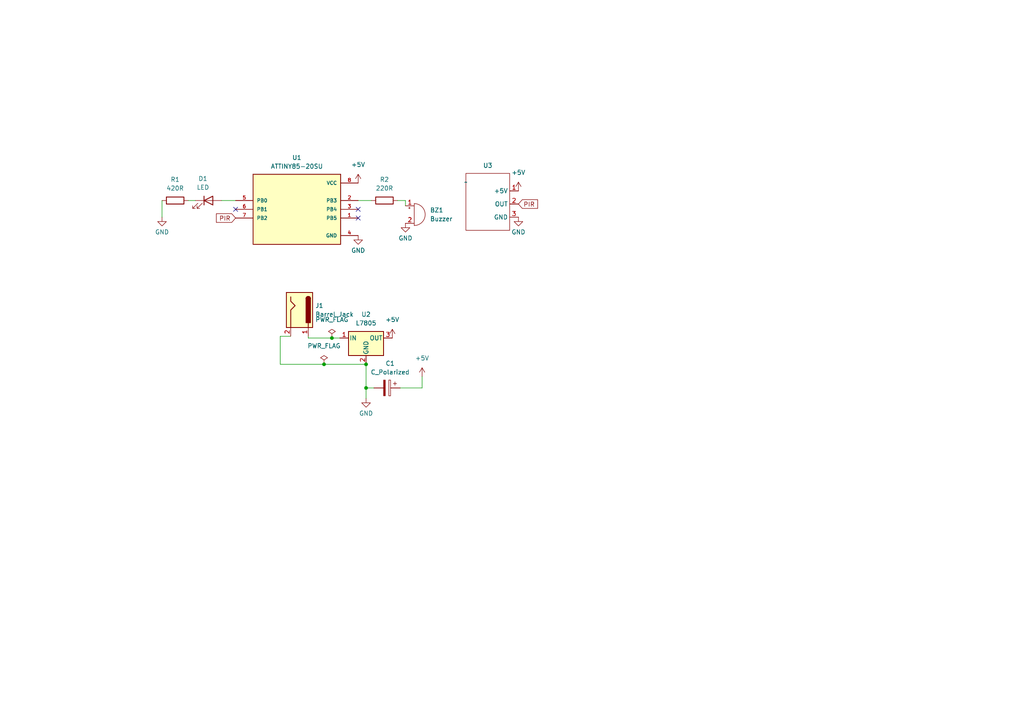
<source format=kicad_sch>
(kicad_sch (version 20230121) (generator eeschema)

  (uuid 81d06064-9472-4e77-8093-dfda86e4ef86)

  (paper "A4")

  (lib_symbols
    (symbol "ATTINY85-20SU:ATTINY85-20SU" (pin_names (offset 1.016)) (in_bom yes) (on_board yes)
      (property "Reference" "U" (at -12.7 11.16 0)
        (effects (font (size 1.27 1.27)) (justify left bottom))
      )
      (property "Value" "ATTINY85-20SU" (at -12.7 -14.16 0)
        (effects (font (size 1.27 1.27)) (justify left bottom))
      )
      (property "Footprint" "ATTINY85-20SU:SOIC127P798X216-8N" (at 0 0 0)
        (effects (font (size 1.27 1.27)) (justify bottom) hide)
      )
      (property "Datasheet" "" (at 0 0 0)
        (effects (font (size 1.27 1.27)) hide)
      )
      (property "MF" "Microchip" (at 0 0 0)
        (effects (font (size 1.27 1.27)) (justify bottom) hide)
      )
      (property "DESCRIPTION" "IC MCU 8BIT 8KB FLASH 8SOIC" (at 0 0 0)
        (effects (font (size 1.27 1.27)) (justify bottom) hide)
      )
      (property "PURCHASE-URL" "https://pricing.snapeda.com/search/part/ATTINY85V-10SU/?ref=eda" (at 0 0 0)
        (effects (font (size 1.27 1.27)) (justify bottom) hide)
      )
      (property "PACKAGE" "None" (at 0 0 0)
        (effects (font (size 1.27 1.27)) (justify bottom) hide)
      )
      (property "PRICE" "None" (at 0 0 0)
        (effects (font (size 1.27 1.27)) (justify bottom) hide)
      )
      (property "Package" "SOIC-8 Microchip" (at 0 0 0)
        (effects (font (size 1.27 1.27)) (justify bottom) hide)
      )
      (property "Check_prices" "https://www.snapeda.com/parts/ATTINY85-20SU/Microchip/view-part/?ref=eda" (at 0 0 0)
        (effects (font (size 1.27 1.27)) (justify bottom) hide)
      )
      (property "Price" "None" (at 0 0 0)
        (effects (font (size 1.27 1.27)) (justify bottom) hide)
      )
      (property "PARTREV" "2586Q–AVR–08/2013" (at 0 0 0)
        (effects (font (size 1.27 1.27)) (justify bottom) hide)
      )
      (property "SnapEDA_Link" "https://www.snapeda.com/parts/ATTINY85-20SU/Microchip/view-part/?ref=snap" (at 0 0 0)
        (effects (font (size 1.27 1.27)) (justify bottom) hide)
      )
      (property "MP" "ATTINY85-20SU" (at 0 0 0)
        (effects (font (size 1.27 1.27)) (justify bottom) hide)
      )
      (property "Description" "\nAVR AVR® ATtiny, Functional Safety (FuSa) Microcontroller IC 8-Bit 20MHz 8KB (4K x 16) FLASH 8-SOIC\n" (at 0 0 0)
        (effects (font (size 1.27 1.27)) (justify bottom) hide)
      )
      (property "Availability" "In Stock" (at 0 0 0)
        (effects (font (size 1.27 1.27)) (justify bottom) hide)
      )
      (property "AVAILABILITY" "Good" (at 0 0 0)
        (effects (font (size 1.27 1.27)) (justify bottom) hide)
      )
      (property "MAXIMUM_PACKAGE_HEIGHT" "2.16 mm" (at 0 0 0)
        (effects (font (size 1.27 1.27)) (justify bottom) hide)
      )
      (symbol "ATTINY85-20SU_0_0"
        (rectangle (start -12.7 -10.16) (end 12.7 10.16)
          (stroke (width 0.254) (type default))
          (fill (type background))
        )
        (pin bidirectional line (at 17.78 -2.54 180) (length 5.08)
          (name "PB5" (effects (font (size 1.016 1.016))))
          (number "1" (effects (font (size 1.016 1.016))))
        )
        (pin bidirectional line (at 17.78 2.54 180) (length 5.08)
          (name "PB3" (effects (font (size 1.016 1.016))))
          (number "2" (effects (font (size 1.016 1.016))))
        )
        (pin bidirectional line (at 17.78 0 180) (length 5.08)
          (name "PB4" (effects (font (size 1.016 1.016))))
          (number "3" (effects (font (size 1.016 1.016))))
        )
        (pin power_in line (at 17.78 -7.62 180) (length 5.08)
          (name "GND" (effects (font (size 1.016 1.016))))
          (number "4" (effects (font (size 1.016 1.016))))
        )
        (pin bidirectional line (at -17.78 2.54 0) (length 5.08)
          (name "PB0" (effects (font (size 1.016 1.016))))
          (number "5" (effects (font (size 1.016 1.016))))
        )
        (pin bidirectional line (at -17.78 0 0) (length 5.08)
          (name "PB1" (effects (font (size 1.016 1.016))))
          (number "6" (effects (font (size 1.016 1.016))))
        )
        (pin bidirectional line (at -17.78 -2.54 0) (length 5.08)
          (name "PB2" (effects (font (size 1.016 1.016))))
          (number "7" (effects (font (size 1.016 1.016))))
        )
        (pin power_in line (at 17.78 7.62 180) (length 5.08)
          (name "VCC" (effects (font (size 1.016 1.016))))
          (number "8" (effects (font (size 1.016 1.016))))
        )
      )
    )
    (symbol "Connector:Barrel_Jack" (pin_names (offset 1.016)) (in_bom yes) (on_board yes)
      (property "Reference" "J" (at 0 5.334 0)
        (effects (font (size 1.27 1.27)))
      )
      (property "Value" "Barrel_Jack" (at 0 -5.08 0)
        (effects (font (size 1.27 1.27)))
      )
      (property "Footprint" "" (at 1.27 -1.016 0)
        (effects (font (size 1.27 1.27)) hide)
      )
      (property "Datasheet" "~" (at 1.27 -1.016 0)
        (effects (font (size 1.27 1.27)) hide)
      )
      (property "ki_keywords" "DC power barrel jack connector" (at 0 0 0)
        (effects (font (size 1.27 1.27)) hide)
      )
      (property "ki_description" "DC Barrel Jack" (at 0 0 0)
        (effects (font (size 1.27 1.27)) hide)
      )
      (property "ki_fp_filters" "BarrelJack*" (at 0 0 0)
        (effects (font (size 1.27 1.27)) hide)
      )
      (symbol "Barrel_Jack_0_1"
        (rectangle (start -5.08 3.81) (end 5.08 -3.81)
          (stroke (width 0.254) (type default))
          (fill (type background))
        )
        (arc (start -3.302 3.175) (mid -3.9343 2.54) (end -3.302 1.905)
          (stroke (width 0.254) (type default))
          (fill (type none))
        )
        (arc (start -3.302 3.175) (mid -3.9343 2.54) (end -3.302 1.905)
          (stroke (width 0.254) (type default))
          (fill (type outline))
        )
        (polyline
          (pts
            (xy 5.08 2.54)
            (xy 3.81 2.54)
          )
          (stroke (width 0.254) (type default))
          (fill (type none))
        )
        (polyline
          (pts
            (xy -3.81 -2.54)
            (xy -2.54 -2.54)
            (xy -1.27 -1.27)
            (xy 0 -2.54)
            (xy 2.54 -2.54)
            (xy 5.08 -2.54)
          )
          (stroke (width 0.254) (type default))
          (fill (type none))
        )
        (rectangle (start 3.683 3.175) (end -3.302 1.905)
          (stroke (width 0.254) (type default))
          (fill (type outline))
        )
      )
      (symbol "Barrel_Jack_1_1"
        (pin passive line (at 7.62 2.54 180) (length 2.54)
          (name "~" (effects (font (size 1.27 1.27))))
          (number "1" (effects (font (size 1.27 1.27))))
        )
        (pin passive line (at 7.62 -2.54 180) (length 2.54)
          (name "~" (effects (font (size 1.27 1.27))))
          (number "2" (effects (font (size 1.27 1.27))))
        )
      )
    )
    (symbol "Device:Buzzer" (pin_names (offset 0.0254) hide) (in_bom yes) (on_board yes)
      (property "Reference" "BZ" (at 3.81 1.27 0)
        (effects (font (size 1.27 1.27)) (justify left))
      )
      (property "Value" "Buzzer" (at 3.81 -1.27 0)
        (effects (font (size 1.27 1.27)) (justify left))
      )
      (property "Footprint" "" (at -0.635 2.54 90)
        (effects (font (size 1.27 1.27)) hide)
      )
      (property "Datasheet" "~" (at -0.635 2.54 90)
        (effects (font (size 1.27 1.27)) hide)
      )
      (property "ki_keywords" "quartz resonator ceramic" (at 0 0 0)
        (effects (font (size 1.27 1.27)) hide)
      )
      (property "ki_description" "Buzzer, polarized" (at 0 0 0)
        (effects (font (size 1.27 1.27)) hide)
      )
      (property "ki_fp_filters" "*Buzzer*" (at 0 0 0)
        (effects (font (size 1.27 1.27)) hide)
      )
      (symbol "Buzzer_0_1"
        (arc (start 0 -3.175) (mid 3.1612 0) (end 0 3.175)
          (stroke (width 0) (type default))
          (fill (type none))
        )
        (polyline
          (pts
            (xy -1.651 1.905)
            (xy -1.143 1.905)
          )
          (stroke (width 0) (type default))
          (fill (type none))
        )
        (polyline
          (pts
            (xy -1.397 2.159)
            (xy -1.397 1.651)
          )
          (stroke (width 0) (type default))
          (fill (type none))
        )
        (polyline
          (pts
            (xy 0 3.175)
            (xy 0 -3.175)
          )
          (stroke (width 0) (type default))
          (fill (type none))
        )
      )
      (symbol "Buzzer_1_1"
        (pin passive line (at -2.54 2.54 0) (length 2.54)
          (name "-" (effects (font (size 1.27 1.27))))
          (number "1" (effects (font (size 1.27 1.27))))
        )
        (pin passive line (at -2.54 -2.54 0) (length 2.54)
          (name "+" (effects (font (size 1.27 1.27))))
          (number "2" (effects (font (size 1.27 1.27))))
        )
      )
    )
    (symbol "Device:C_Polarized" (pin_numbers hide) (pin_names (offset 0.254)) (in_bom yes) (on_board yes)
      (property "Reference" "C" (at 0.635 2.54 0)
        (effects (font (size 1.27 1.27)) (justify left))
      )
      (property "Value" "C_Polarized" (at 0.635 -2.54 0)
        (effects (font (size 1.27 1.27)) (justify left))
      )
      (property "Footprint" "" (at 0.9652 -3.81 0)
        (effects (font (size 1.27 1.27)) hide)
      )
      (property "Datasheet" "~" (at 0 0 0)
        (effects (font (size 1.27 1.27)) hide)
      )
      (property "ki_keywords" "cap capacitor" (at 0 0 0)
        (effects (font (size 1.27 1.27)) hide)
      )
      (property "ki_description" "Polarized capacitor" (at 0 0 0)
        (effects (font (size 1.27 1.27)) hide)
      )
      (property "ki_fp_filters" "CP_*" (at 0 0 0)
        (effects (font (size 1.27 1.27)) hide)
      )
      (symbol "C_Polarized_0_1"
        (rectangle (start -2.286 0.508) (end 2.286 1.016)
          (stroke (width 0) (type default))
          (fill (type none))
        )
        (polyline
          (pts
            (xy -1.778 2.286)
            (xy -0.762 2.286)
          )
          (stroke (width 0) (type default))
          (fill (type none))
        )
        (polyline
          (pts
            (xy -1.27 2.794)
            (xy -1.27 1.778)
          )
          (stroke (width 0) (type default))
          (fill (type none))
        )
        (rectangle (start 2.286 -0.508) (end -2.286 -1.016)
          (stroke (width 0) (type default))
          (fill (type outline))
        )
      )
      (symbol "C_Polarized_1_1"
        (pin passive line (at 0 3.81 270) (length 2.794)
          (name "~" (effects (font (size 1.27 1.27))))
          (number "1" (effects (font (size 1.27 1.27))))
        )
        (pin passive line (at 0 -3.81 90) (length 2.794)
          (name "~" (effects (font (size 1.27 1.27))))
          (number "2" (effects (font (size 1.27 1.27))))
        )
      )
    )
    (symbol "Device:LED" (pin_numbers hide) (pin_names (offset 1.016) hide) (in_bom yes) (on_board yes)
      (property "Reference" "D" (at 0 2.54 0)
        (effects (font (size 1.27 1.27)))
      )
      (property "Value" "LED" (at 0 -2.54 0)
        (effects (font (size 1.27 1.27)))
      )
      (property "Footprint" "" (at 0 0 0)
        (effects (font (size 1.27 1.27)) hide)
      )
      (property "Datasheet" "~" (at 0 0 0)
        (effects (font (size 1.27 1.27)) hide)
      )
      (property "ki_keywords" "LED diode" (at 0 0 0)
        (effects (font (size 1.27 1.27)) hide)
      )
      (property "ki_description" "Light emitting diode" (at 0 0 0)
        (effects (font (size 1.27 1.27)) hide)
      )
      (property "ki_fp_filters" "LED* LED_SMD:* LED_THT:*" (at 0 0 0)
        (effects (font (size 1.27 1.27)) hide)
      )
      (symbol "LED_0_1"
        (polyline
          (pts
            (xy -1.27 -1.27)
            (xy -1.27 1.27)
          )
          (stroke (width 0.254) (type default))
          (fill (type none))
        )
        (polyline
          (pts
            (xy -1.27 0)
            (xy 1.27 0)
          )
          (stroke (width 0) (type default))
          (fill (type none))
        )
        (polyline
          (pts
            (xy 1.27 -1.27)
            (xy 1.27 1.27)
            (xy -1.27 0)
            (xy 1.27 -1.27)
          )
          (stroke (width 0.254) (type default))
          (fill (type none))
        )
        (polyline
          (pts
            (xy -3.048 -0.762)
            (xy -4.572 -2.286)
            (xy -3.81 -2.286)
            (xy -4.572 -2.286)
            (xy -4.572 -1.524)
          )
          (stroke (width 0) (type default))
          (fill (type none))
        )
        (polyline
          (pts
            (xy -1.778 -0.762)
            (xy -3.302 -2.286)
            (xy -2.54 -2.286)
            (xy -3.302 -2.286)
            (xy -3.302 -1.524)
          )
          (stroke (width 0) (type default))
          (fill (type none))
        )
      )
      (symbol "LED_1_1"
        (pin passive line (at -3.81 0 0) (length 2.54)
          (name "K" (effects (font (size 1.27 1.27))))
          (number "1" (effects (font (size 1.27 1.27))))
        )
        (pin passive line (at 3.81 0 180) (length 2.54)
          (name "A" (effects (font (size 1.27 1.27))))
          (number "2" (effects (font (size 1.27 1.27))))
        )
      )
    )
    (symbol "Device:R" (pin_numbers hide) (pin_names (offset 0)) (in_bom yes) (on_board yes)
      (property "Reference" "R" (at 2.032 0 90)
        (effects (font (size 1.27 1.27)))
      )
      (property "Value" "R" (at 0 0 90)
        (effects (font (size 1.27 1.27)))
      )
      (property "Footprint" "" (at -1.778 0 90)
        (effects (font (size 1.27 1.27)) hide)
      )
      (property "Datasheet" "~" (at 0 0 0)
        (effects (font (size 1.27 1.27)) hide)
      )
      (property "ki_keywords" "R res resistor" (at 0 0 0)
        (effects (font (size 1.27 1.27)) hide)
      )
      (property "ki_description" "Resistor" (at 0 0 0)
        (effects (font (size 1.27 1.27)) hide)
      )
      (property "ki_fp_filters" "R_*" (at 0 0 0)
        (effects (font (size 1.27 1.27)) hide)
      )
      (symbol "R_0_1"
        (rectangle (start -1.016 -2.54) (end 1.016 2.54)
          (stroke (width 0.254) (type default))
          (fill (type none))
        )
      )
      (symbol "R_1_1"
        (pin passive line (at 0 3.81 270) (length 1.27)
          (name "~" (effects (font (size 1.27 1.27))))
          (number "1" (effects (font (size 1.27 1.27))))
        )
        (pin passive line (at 0 -3.81 90) (length 1.27)
          (name "~" (effects (font (size 1.27 1.27))))
          (number "2" (effects (font (size 1.27 1.27))))
        )
      )
    )
    (symbol "OPEN_MV:PIR-MODULE" (in_bom yes) (on_board yes)
      (property "Reference" "U" (at 5.08 -6.35 0)
        (effects (font (size 1.27 1.27)))
      )
      (property "Value" "" (at 0 0 0)
        (effects (font (size 1.27 1.27)))
      )
      (property "Footprint" "" (at 0 0 0)
        (effects (font (size 1.27 1.27)) hide)
      )
      (property "Datasheet" "" (at 0 0 0)
        (effects (font (size 1.27 1.27)) hide)
      )
      (symbol "PIR-MODULE_0_1"
        (rectangle (start 0 2.54) (end 12.7 -13.97)
          (stroke (width 0) (type default))
          (fill (type none))
        )
      )
      (symbol "PIR-MODULE_1_1"
        (pin input line (at 15.24 -2.54 180) (length 2.54)
          (name "+5V" (effects (font (size 1.27 1.27))))
          (number "1" (effects (font (size 1.27 1.27))))
        )
        (pin input line (at 15.24 -6.35 180) (length 2.54)
          (name "OUT" (effects (font (size 1.27 1.27))))
          (number "2" (effects (font (size 1.27 1.27))))
        )
        (pin input line (at 15.24 -10.16 180) (length 2.54)
          (name "GND" (effects (font (size 1.27 1.27))))
          (number "3" (effects (font (size 1.27 1.27))))
        )
      )
    )
    (symbol "Regulator_Linear:L7805" (pin_names (offset 0.254)) (in_bom yes) (on_board yes)
      (property "Reference" "U" (at -3.81 3.175 0)
        (effects (font (size 1.27 1.27)))
      )
      (property "Value" "L7805" (at 0 3.175 0)
        (effects (font (size 1.27 1.27)) (justify left))
      )
      (property "Footprint" "" (at 0.635 -3.81 0)
        (effects (font (size 1.27 1.27) italic) (justify left) hide)
      )
      (property "Datasheet" "http://www.st.com/content/ccc/resource/technical/document/datasheet/41/4f/b3/b0/12/d4/47/88/CD00000444.pdf/files/CD00000444.pdf/jcr:content/translations/en.CD00000444.pdf" (at 0 -1.27 0)
        (effects (font (size 1.27 1.27)) hide)
      )
      (property "ki_keywords" "Voltage Regulator 1.5A Positive" (at 0 0 0)
        (effects (font (size 1.27 1.27)) hide)
      )
      (property "ki_description" "Positive 1.5A 35V Linear Regulator, Fixed Output 5V, TO-220/TO-263/TO-252" (at 0 0 0)
        (effects (font (size 1.27 1.27)) hide)
      )
      (property "ki_fp_filters" "TO?252* TO?263* TO?220*" (at 0 0 0)
        (effects (font (size 1.27 1.27)) hide)
      )
      (symbol "L7805_0_1"
        (rectangle (start -5.08 1.905) (end 5.08 -5.08)
          (stroke (width 0.254) (type default))
          (fill (type background))
        )
      )
      (symbol "L7805_1_1"
        (pin power_in line (at -7.62 0 0) (length 2.54)
          (name "IN" (effects (font (size 1.27 1.27))))
          (number "1" (effects (font (size 1.27 1.27))))
        )
        (pin power_in line (at 0 -7.62 90) (length 2.54)
          (name "GND" (effects (font (size 1.27 1.27))))
          (number "2" (effects (font (size 1.27 1.27))))
        )
        (pin power_out line (at 7.62 0 180) (length 2.54)
          (name "OUT" (effects (font (size 1.27 1.27))))
          (number "3" (effects (font (size 1.27 1.27))))
        )
      )
    )
    (symbol "power:+5V" (power) (pin_names (offset 0)) (in_bom yes) (on_board yes)
      (property "Reference" "#PWR" (at 0 -3.81 0)
        (effects (font (size 1.27 1.27)) hide)
      )
      (property "Value" "+5V" (at 0 3.556 0)
        (effects (font (size 1.27 1.27)))
      )
      (property "Footprint" "" (at 0 0 0)
        (effects (font (size 1.27 1.27)) hide)
      )
      (property "Datasheet" "" (at 0 0 0)
        (effects (font (size 1.27 1.27)) hide)
      )
      (property "ki_keywords" "global power" (at 0 0 0)
        (effects (font (size 1.27 1.27)) hide)
      )
      (property "ki_description" "Power symbol creates a global label with name \"+5V\"" (at 0 0 0)
        (effects (font (size 1.27 1.27)) hide)
      )
      (symbol "+5V_0_1"
        (polyline
          (pts
            (xy -0.762 1.27)
            (xy 0 2.54)
          )
          (stroke (width 0) (type default))
          (fill (type none))
        )
        (polyline
          (pts
            (xy 0 0)
            (xy 0 2.54)
          )
          (stroke (width 0) (type default))
          (fill (type none))
        )
        (polyline
          (pts
            (xy 0 2.54)
            (xy 0.762 1.27)
          )
          (stroke (width 0) (type default))
          (fill (type none))
        )
      )
      (symbol "+5V_1_1"
        (pin power_in line (at 0 0 90) (length 0) hide
          (name "+5V" (effects (font (size 1.27 1.27))))
          (number "1" (effects (font (size 1.27 1.27))))
        )
      )
    )
    (symbol "power:GND" (power) (pin_names (offset 0)) (in_bom yes) (on_board yes)
      (property "Reference" "#PWR" (at 0 -6.35 0)
        (effects (font (size 1.27 1.27)) hide)
      )
      (property "Value" "GND" (at 0 -3.81 0)
        (effects (font (size 1.27 1.27)))
      )
      (property "Footprint" "" (at 0 0 0)
        (effects (font (size 1.27 1.27)) hide)
      )
      (property "Datasheet" "" (at 0 0 0)
        (effects (font (size 1.27 1.27)) hide)
      )
      (property "ki_keywords" "global power" (at 0 0 0)
        (effects (font (size 1.27 1.27)) hide)
      )
      (property "ki_description" "Power symbol creates a global label with name \"GND\" , ground" (at 0 0 0)
        (effects (font (size 1.27 1.27)) hide)
      )
      (symbol "GND_0_1"
        (polyline
          (pts
            (xy 0 0)
            (xy 0 -1.27)
            (xy 1.27 -1.27)
            (xy 0 -2.54)
            (xy -1.27 -1.27)
            (xy 0 -1.27)
          )
          (stroke (width 0) (type default))
          (fill (type none))
        )
      )
      (symbol "GND_1_1"
        (pin power_in line (at 0 0 270) (length 0) hide
          (name "GND" (effects (font (size 1.27 1.27))))
          (number "1" (effects (font (size 1.27 1.27))))
        )
      )
    )
    (symbol "power:PWR_FLAG" (power) (pin_numbers hide) (pin_names (offset 0) hide) (in_bom yes) (on_board yes)
      (property "Reference" "#FLG" (at 0 1.905 0)
        (effects (font (size 1.27 1.27)) hide)
      )
      (property "Value" "PWR_FLAG" (at 0 3.81 0)
        (effects (font (size 1.27 1.27)))
      )
      (property "Footprint" "" (at 0 0 0)
        (effects (font (size 1.27 1.27)) hide)
      )
      (property "Datasheet" "~" (at 0 0 0)
        (effects (font (size 1.27 1.27)) hide)
      )
      (property "ki_keywords" "flag power" (at 0 0 0)
        (effects (font (size 1.27 1.27)) hide)
      )
      (property "ki_description" "Special symbol for telling ERC where power comes from" (at 0 0 0)
        (effects (font (size 1.27 1.27)) hide)
      )
      (symbol "PWR_FLAG_0_0"
        (pin power_out line (at 0 0 90) (length 0)
          (name "pwr" (effects (font (size 1.27 1.27))))
          (number "1" (effects (font (size 1.27 1.27))))
        )
      )
      (symbol "PWR_FLAG_0_1"
        (polyline
          (pts
            (xy 0 0)
            (xy 0 1.27)
            (xy -1.016 1.905)
            (xy 0 2.54)
            (xy 1.016 1.905)
            (xy 0 1.27)
          )
          (stroke (width 0) (type default))
          (fill (type none))
        )
      )
    )
  )

  (junction (at 106.172 105.664) (diameter 0) (color 0 0 0 0)
    (uuid 21b9a60e-0d7c-4cc2-8702-afa4a09d9bf7)
  )
  (junction (at 93.98 105.664) (diameter 0) (color 0 0 0 0)
    (uuid 981eaa7b-4661-4a4f-bde3-bafee0195d4a)
  )
  (junction (at 106.172 112.522) (diameter 0) (color 0 0 0 0)
    (uuid ce0c4be3-69b4-4117-a583-f64c62675d51)
  )
  (junction (at 96.266 98.044) (diameter 0) (color 0 0 0 0)
    (uuid d1705f03-df7a-42fd-8852-5b7e4f616f40)
  )

  (no_connect (at 103.886 63.246) (uuid 7a8a7024-6e38-4c81-bc26-a0828748f246))
  (no_connect (at 68.326 60.706) (uuid 84bc604f-9f22-472b-9038-e19358bace4f))
  (no_connect (at 103.886 60.706) (uuid 9b95fe36-e2fe-4fab-8631-ecbcc0aff723))

  (wire (pts (xy 54.61 58.166) (xy 56.642 58.166))
    (stroke (width 0) (type default))
    (uuid 0af9c130-5800-4dcb-816a-5647e14c5176)
  )
  (wire (pts (xy 81.28 97.536) (xy 81.28 105.664))
    (stroke (width 0) (type default))
    (uuid 1c1f8c56-425c-4839-953a-06ff7742cbc0)
  )
  (wire (pts (xy 115.316 58.166) (xy 117.602 58.166))
    (stroke (width 0) (type default))
    (uuid 5e7a90f4-56b5-409c-91a0-11accfe3b276)
  )
  (wire (pts (xy 122.428 109.22) (xy 122.428 112.522))
    (stroke (width 0) (type default))
    (uuid 6fe7dffc-6d41-45ca-8377-d0e60c750a92)
  )
  (wire (pts (xy 89.408 98.044) (xy 96.266 98.044))
    (stroke (width 0) (type default))
    (uuid 7250c104-087d-411d-a193-6e12e31cfb76)
  )
  (wire (pts (xy 93.98 105.664) (xy 106.172 105.664))
    (stroke (width 0) (type default))
    (uuid 7375e488-acda-421f-90df-e56c8ed64b84)
  )
  (wire (pts (xy 117.602 58.166) (xy 117.602 59.69))
    (stroke (width 0) (type default))
    (uuid 7f69ae36-4523-40e8-ad1e-cf4ec5f1749a)
  )
  (wire (pts (xy 64.262 58.166) (xy 68.326 58.166))
    (stroke (width 0) (type default))
    (uuid 82c83913-73c3-41b4-9e19-27e58e3b9dc6)
  )
  (wire (pts (xy 81.28 105.664) (xy 93.98 105.664))
    (stroke (width 0) (type default))
    (uuid 84ce59cf-a96d-4f32-b514-3a0722cb2cfb)
  )
  (wire (pts (xy 108.458 112.522) (xy 106.172 112.522))
    (stroke (width 0) (type default))
    (uuid a21e4cce-1995-4b12-9b44-4ac2b20aa9bc)
  )
  (wire (pts (xy 89.408 97.536) (xy 89.408 98.044))
    (stroke (width 0) (type default))
    (uuid a6ed005c-7b8e-444b-b6a2-618a0bb3a4cd)
  )
  (wire (pts (xy 98.552 98.044) (xy 96.266 98.044))
    (stroke (width 0) (type default))
    (uuid b9c51989-74e6-4db8-8e9f-7b946db135c8)
  )
  (wire (pts (xy 106.172 115.57) (xy 106.172 112.522))
    (stroke (width 0) (type default))
    (uuid bd4b8b73-4479-42cb-82fc-08662c4e097d)
  )
  (wire (pts (xy 107.696 58.166) (xy 103.886 58.166))
    (stroke (width 0) (type default))
    (uuid c08fe0ee-faba-45f7-a6dc-4b70ef0ff4af)
  )
  (wire (pts (xy 106.172 112.522) (xy 106.172 105.664))
    (stroke (width 0) (type default))
    (uuid d041902c-e539-46c8-9d87-50d43799a65e)
  )
  (wire (pts (xy 122.428 112.522) (xy 116.078 112.522))
    (stroke (width 0) (type default))
    (uuid d3bdab0c-02c2-479d-b1d3-06661f27ee4d)
  )
  (wire (pts (xy 84.328 97.536) (xy 81.28 97.536))
    (stroke (width 0) (type default))
    (uuid ebdf9fc8-ea3c-4ff1-af7a-c0fd4f7a5810)
  )
  (wire (pts (xy 46.99 62.992) (xy 46.99 58.166))
    (stroke (width 0) (type default))
    (uuid edb2f98c-8b83-4e5f-b68e-e6c782d4feed)
  )

  (global_label "PIR" (shape input) (at 150.368 59.182 0) (fields_autoplaced)
    (effects (font (size 1.27 1.27)) (justify left))
    (uuid 64df6e23-9e7d-4c39-8d20-15cfdb45854c)
    (property "Intersheetrefs" "${INTERSHEET_REFS}" (at 156.498 59.182 0)
      (effects (font (size 1.27 1.27)) (justify left) hide)
    )
  )
  (global_label "PIR" (shape input) (at 68.326 63.246 180) (fields_autoplaced)
    (effects (font (size 1.27 1.27)) (justify right))
    (uuid b1d6e04b-29a0-409a-87c8-1bcae0eb0f94)
    (property "Intersheetrefs" "${INTERSHEET_REFS}" (at 62.196 63.246 0)
      (effects (font (size 1.27 1.27)) (justify right) hide)
    )
  )

  (symbol (lib_id "power:PWR_FLAG") (at 93.98 105.664 0) (unit 1)
    (in_bom yes) (on_board yes) (dnp no) (fields_autoplaced)
    (uuid 0cb0787b-ce19-463c-82fa-90f4159dbb29)
    (property "Reference" "#FLG01" (at 93.98 103.759 0)
      (effects (font (size 1.27 1.27)) hide)
    )
    (property "Value" "PWR_FLAG" (at 93.98 100.33 0)
      (effects (font (size 1.27 1.27)))
    )
    (property "Footprint" "" (at 93.98 105.664 0)
      (effects (font (size 1.27 1.27)) hide)
    )
    (property "Datasheet" "~" (at 93.98 105.664 0)
      (effects (font (size 1.27 1.27)) hide)
    )
    (pin "1" (uuid 2718fbb2-46f0-4486-9ecf-601b76980ab5))
    (instances
      (project "Attiny85_Alarm"
        (path "/81d06064-9472-4e77-8093-dfda86e4ef86"
          (reference "#FLG01") (unit 1)
        )
      )
    )
  )

  (symbol (lib_id "power:+5V") (at 103.886 53.086 0) (unit 1)
    (in_bom yes) (on_board yes) (dnp no) (fields_autoplaced)
    (uuid 0cb5e15d-2ace-4320-811a-d66616020118)
    (property "Reference" "#PWR02" (at 103.886 56.896 0)
      (effects (font (size 1.27 1.27)) hide)
    )
    (property "Value" "+5V" (at 103.886 47.752 0)
      (effects (font (size 1.27 1.27)))
    )
    (property "Footprint" "" (at 103.886 53.086 0)
      (effects (font (size 1.27 1.27)) hide)
    )
    (property "Datasheet" "" (at 103.886 53.086 0)
      (effects (font (size 1.27 1.27)) hide)
    )
    (pin "1" (uuid a72408ff-e284-4554-b0ff-8b59515cc462))
    (instances
      (project "Attiny85_Alarm"
        (path "/81d06064-9472-4e77-8093-dfda86e4ef86"
          (reference "#PWR02") (unit 1)
        )
      )
    )
  )

  (symbol (lib_id "power:GND") (at 106.172 115.57 0) (unit 1)
    (in_bom yes) (on_board yes) (dnp no) (fields_autoplaced)
    (uuid 15d1b270-867e-4d99-af33-a156515a1b2f)
    (property "Reference" "#PWR04" (at 106.172 121.92 0)
      (effects (font (size 1.27 1.27)) hide)
    )
    (property "Value" "GND" (at 106.172 119.888 0)
      (effects (font (size 1.27 1.27)))
    )
    (property "Footprint" "" (at 106.172 115.57 0)
      (effects (font (size 1.27 1.27)) hide)
    )
    (property "Datasheet" "" (at 106.172 115.57 0)
      (effects (font (size 1.27 1.27)) hide)
    )
    (pin "1" (uuid 2a722e0e-35b3-4eb4-baa3-c09d36683c04))
    (instances
      (project "Attiny85_Alarm"
        (path "/81d06064-9472-4e77-8093-dfda86e4ef86"
          (reference "#PWR04") (unit 1)
        )
      )
    )
  )

  (symbol (lib_id "Device:C_Polarized") (at 112.268 112.522 270) (unit 1)
    (in_bom yes) (on_board yes) (dnp no) (fields_autoplaced)
    (uuid 1c72a543-6b3d-4532-bce5-7598828ad48c)
    (property "Reference" "C1" (at 113.157 105.41 90)
      (effects (font (size 1.27 1.27)))
    )
    (property "Value" "C_Polarized" (at 113.157 107.95 90)
      (effects (font (size 1.27 1.27)))
    )
    (property "Footprint" "Capacitor_THT:CP_Radial_D5.0mm_P2.50mm" (at 108.458 113.4872 0)
      (effects (font (size 1.27 1.27)) hide)
    )
    (property "Datasheet" "~" (at 112.268 112.522 0)
      (effects (font (size 1.27 1.27)) hide)
    )
    (pin "1" (uuid caf9f66d-dafb-46c7-98e4-1765cfb2194e))
    (pin "2" (uuid 02fd29f2-4bc3-4e7b-b534-0fa3c2af7b4d))
    (instances
      (project "Attiny85_Alarm"
        (path "/81d06064-9472-4e77-8093-dfda86e4ef86"
          (reference "C1") (unit 1)
        )
      )
    )
  )

  (symbol (lib_id "OPEN_MV:PIR-MODULE") (at 135.128 52.832 0) (unit 1)
    (in_bom yes) (on_board yes) (dnp no) (fields_autoplaced)
    (uuid 46581381-60e5-466d-980d-e92d9878a4ae)
    (property "Reference" "U3" (at 141.478 48.006 0)
      (effects (font (size 1.27 1.27)))
    )
    (property "Value" "~" (at 135.128 52.832 0)
      (effects (font (size 1.27 1.27)))
    )
    (property "Footprint" "C-Footprint:PIR_HC-SR501 MODULE" (at 135.128 52.832 0)
      (effects (font (size 1.27 1.27)) hide)
    )
    (property "Datasheet" "" (at 135.128 52.832 0)
      (effects (font (size 1.27 1.27)) hide)
    )
    (pin "1" (uuid 6be276cf-91fe-45c7-b456-23ec9abb0dab))
    (pin "2" (uuid 53420225-707a-4ea2-9a75-94ea7a332853))
    (pin "3" (uuid 0c6ff5db-baaf-4637-b715-4146e9bea09c))
    (instances
      (project "Attiny85_Alarm"
        (path "/81d06064-9472-4e77-8093-dfda86e4ef86"
          (reference "U3") (unit 1)
        )
      )
    )
  )

  (symbol (lib_id "ATTINY85-20SU:ATTINY85-20SU") (at 86.106 60.706 0) (unit 1)
    (in_bom yes) (on_board yes) (dnp no) (fields_autoplaced)
    (uuid 56879dcd-038b-4ab1-a718-3c3f9e7b64dc)
    (property "Reference" "U1" (at 86.106 45.72 0)
      (effects (font (size 1.27 1.27)))
    )
    (property "Value" "ATTINY85-20SU" (at 86.106 48.26 0)
      (effects (font (size 1.27 1.27)))
    )
    (property "Footprint" "Package_DIP:DIP-8_W7.62mm" (at 86.106 60.706 0)
      (effects (font (size 1.27 1.27)) (justify bottom) hide)
    )
    (property "Datasheet" "" (at 86.106 60.706 0)
      (effects (font (size 1.27 1.27)) hide)
    )
    (property "MF" "Microchip" (at 86.106 60.706 0)
      (effects (font (size 1.27 1.27)) (justify bottom) hide)
    )
    (property "DESCRIPTION" "IC MCU 8BIT 8KB FLASH 8SOIC" (at 86.106 60.706 0)
      (effects (font (size 1.27 1.27)) (justify bottom) hide)
    )
    (property "PURCHASE-URL" "https://pricing.snapeda.com/search/part/ATTINY85V-10SU/?ref=eda" (at 86.106 60.706 0)
      (effects (font (size 1.27 1.27)) (justify bottom) hide)
    )
    (property "PACKAGE" "None" (at 86.106 60.706 0)
      (effects (font (size 1.27 1.27)) (justify bottom) hide)
    )
    (property "PRICE" "None" (at 86.106 60.706 0)
      (effects (font (size 1.27 1.27)) (justify bottom) hide)
    )
    (property "Package" "SOIC-8 Microchip" (at 86.106 60.706 0)
      (effects (font (size 1.27 1.27)) (justify bottom) hide)
    )
    (property "Check_prices" "https://www.snapeda.com/parts/ATTINY85-20SU/Microchip/view-part/?ref=eda" (at 86.106 60.706 0)
      (effects (font (size 1.27 1.27)) (justify bottom) hide)
    )
    (property "Price" "None" (at 86.106 60.706 0)
      (effects (font (size 1.27 1.27)) (justify bottom) hide)
    )
    (property "PARTREV" "2586Q–AVR–08/2013" (at 86.106 60.706 0)
      (effects (font (size 1.27 1.27)) (justify bottom) hide)
    )
    (property "SnapEDA_Link" "https://www.snapeda.com/parts/ATTINY85-20SU/Microchip/view-part/?ref=snap" (at 86.106 60.706 0)
      (effects (font (size 1.27 1.27)) (justify bottom) hide)
    )
    (property "MP" "ATTINY85-20SU" (at 86.106 60.706 0)
      (effects (font (size 1.27 1.27)) (justify bottom) hide)
    )
    (property "Description" "\nAVR AVR® ATtiny, Functional Safety (FuSa) Microcontroller IC 8-Bit 20MHz 8KB (4K x 16) FLASH 8-SOIC\n" (at 86.106 60.706 0)
      (effects (font (size 1.27 1.27)) (justify bottom) hide)
    )
    (property "Availability" "In Stock" (at 86.106 60.706 0)
      (effects (font (size 1.27 1.27)) (justify bottom) hide)
    )
    (property "AVAILABILITY" "Good" (at 86.106 60.706 0)
      (effects (font (size 1.27 1.27)) (justify bottom) hide)
    )
    (property "MAXIMUM_PACKAGE_HEIGHT" "2.16 mm" (at 86.106 60.706 0)
      (effects (font (size 1.27 1.27)) (justify bottom) hide)
    )
    (pin "1" (uuid 6c4b687a-f132-446c-bb65-bddc30a19e3c))
    (pin "2" (uuid 139811c1-dc2f-4a90-be7e-b6260f153a01))
    (pin "3" (uuid dd8bda27-3bcc-4512-bcb8-c6a2021f36cc))
    (pin "4" (uuid 14770eda-561e-4421-b264-812b4cade069))
    (pin "5" (uuid 9fcbbcfe-88ef-46dd-af05-a29582b81634))
    (pin "6" (uuid fd93deb4-fd09-496a-890c-0435d071e6c5))
    (pin "7" (uuid 873375cd-593e-49be-a891-6672d3ad1892))
    (pin "8" (uuid 930d1750-bfe8-41ca-85d4-85ba387b48b5))
    (instances
      (project "Attiny85_Alarm"
        (path "/81d06064-9472-4e77-8093-dfda86e4ef86"
          (reference "U1") (unit 1)
        )
      )
    )
  )

  (symbol (lib_id "power:PWR_FLAG") (at 96.266 98.044 0) (unit 1)
    (in_bom yes) (on_board yes) (dnp no) (fields_autoplaced)
    (uuid 706ee36a-746e-45d7-8719-08ef378bd3fe)
    (property "Reference" "#FLG02" (at 96.266 96.139 0)
      (effects (font (size 1.27 1.27)) hide)
    )
    (property "Value" "PWR_FLAG" (at 96.266 92.71 0)
      (effects (font (size 1.27 1.27)))
    )
    (property "Footprint" "" (at 96.266 98.044 0)
      (effects (font (size 1.27 1.27)) hide)
    )
    (property "Datasheet" "~" (at 96.266 98.044 0)
      (effects (font (size 1.27 1.27)) hide)
    )
    (pin "1" (uuid e9858625-0387-4cc8-a7d3-02af7055fc14))
    (instances
      (project "Attiny85_Alarm"
        (path "/81d06064-9472-4e77-8093-dfda86e4ef86"
          (reference "#FLG02") (unit 1)
        )
      )
    )
  )

  (symbol (lib_id "Device:R") (at 111.506 58.166 90) (unit 1)
    (in_bom yes) (on_board yes) (dnp no) (fields_autoplaced)
    (uuid 74131338-8d27-4db3-a75f-4d4906773711)
    (property "Reference" "R2" (at 111.506 52.07 90)
      (effects (font (size 1.27 1.27)))
    )
    (property "Value" "220R" (at 111.506 54.61 90)
      (effects (font (size 1.27 1.27)))
    )
    (property "Footprint" "Resistor_THT:R_Axial_DIN0204_L3.6mm_D1.6mm_P7.62mm_Horizontal" (at 111.506 59.944 90)
      (effects (font (size 1.27 1.27)) hide)
    )
    (property "Datasheet" "~" (at 111.506 58.166 0)
      (effects (font (size 1.27 1.27)) hide)
    )
    (pin "1" (uuid 66f2f831-0208-4a23-99fb-69e8cab8d3bf))
    (pin "2" (uuid 0e4fd5d9-0c6d-4d74-b296-8baad1e3c7fb))
    (instances
      (project "Attiny85_Alarm"
        (path "/81d06064-9472-4e77-8093-dfda86e4ef86"
          (reference "R2") (unit 1)
        )
      )
    )
  )

  (symbol (lib_id "power:GND") (at 46.99 62.992 0) (unit 1)
    (in_bom yes) (on_board yes) (dnp no) (fields_autoplaced)
    (uuid 943f9f05-dd13-4e7b-8883-7a8214677df2)
    (property "Reference" "#PWR01" (at 46.99 69.342 0)
      (effects (font (size 1.27 1.27)) hide)
    )
    (property "Value" "GND" (at 46.99 67.31 0)
      (effects (font (size 1.27 1.27)))
    )
    (property "Footprint" "" (at 46.99 62.992 0)
      (effects (font (size 1.27 1.27)) hide)
    )
    (property "Datasheet" "" (at 46.99 62.992 0)
      (effects (font (size 1.27 1.27)) hide)
    )
    (pin "1" (uuid 8bf30114-1e0c-4427-9086-149463bceb6b))
    (instances
      (project "Attiny85_Alarm"
        (path "/81d06064-9472-4e77-8093-dfda86e4ef86"
          (reference "#PWR01") (unit 1)
        )
      )
    )
  )

  (symbol (lib_id "power:+5V") (at 113.792 98.044 0) (unit 1)
    (in_bom yes) (on_board yes) (dnp no) (fields_autoplaced)
    (uuid 962da3a0-49d7-49c4-afa7-159c1f33acc0)
    (property "Reference" "#PWR05" (at 113.792 101.854 0)
      (effects (font (size 1.27 1.27)) hide)
    )
    (property "Value" "+5V" (at 113.792 92.71 0)
      (effects (font (size 1.27 1.27)))
    )
    (property "Footprint" "" (at 113.792 98.044 0)
      (effects (font (size 1.27 1.27)) hide)
    )
    (property "Datasheet" "" (at 113.792 98.044 0)
      (effects (font (size 1.27 1.27)) hide)
    )
    (pin "1" (uuid 02ac680b-3a02-42e6-837a-3cd83c4bcdbd))
    (instances
      (project "Attiny85_Alarm"
        (path "/81d06064-9472-4e77-8093-dfda86e4ef86"
          (reference "#PWR05") (unit 1)
        )
      )
    )
  )

  (symbol (lib_id "Device:LED") (at 60.452 58.166 0) (unit 1)
    (in_bom yes) (on_board yes) (dnp no) (fields_autoplaced)
    (uuid 99352553-c815-43c9-ae6b-9ac0c8c0316d)
    (property "Reference" "D1" (at 58.8645 51.816 0)
      (effects (font (size 1.27 1.27)))
    )
    (property "Value" "LED" (at 58.8645 54.356 0)
      (effects (font (size 1.27 1.27)))
    )
    (property "Footprint" "LED_THT:LED_D5.0mm" (at 60.452 58.166 0)
      (effects (font (size 1.27 1.27)) hide)
    )
    (property "Datasheet" "~" (at 60.452 58.166 0)
      (effects (font (size 1.27 1.27)) hide)
    )
    (pin "1" (uuid 4ccc7f21-c6c9-478d-aa0d-c63170056972))
    (pin "2" (uuid b27fe950-c75a-4156-88de-4e9f25d4c9bd))
    (instances
      (project "Attiny85_Alarm"
        (path "/81d06064-9472-4e77-8093-dfda86e4ef86"
          (reference "D1") (unit 1)
        )
      )
    )
  )

  (symbol (lib_id "Device:Buzzer") (at 120.142 62.23 0) (unit 1)
    (in_bom yes) (on_board yes) (dnp no) (fields_autoplaced)
    (uuid a7330fed-a217-4cab-befa-23aa4a61223a)
    (property "Reference" "BZ1" (at 124.714 60.96 0)
      (effects (font (size 1.27 1.27)) (justify left))
    )
    (property "Value" "Buzzer" (at 124.714 63.5 0)
      (effects (font (size 1.27 1.27)) (justify left))
    )
    (property "Footprint" "Buzzer_Beeper:Buzzer_12x9.5RM7.6" (at 119.507 59.69 90)
      (effects (font (size 1.27 1.27)) hide)
    )
    (property "Datasheet" "~" (at 119.507 59.69 90)
      (effects (font (size 1.27 1.27)) hide)
    )
    (pin "1" (uuid dfa23ba2-c976-48cb-8529-2e1c718b061e))
    (pin "2" (uuid c3c3bc8a-3895-4131-b8d5-7c45736c044e))
    (instances
      (project "Attiny85_Alarm"
        (path "/81d06064-9472-4e77-8093-dfda86e4ef86"
          (reference "BZ1") (unit 1)
        )
      )
    )
  )

  (symbol (lib_id "power:GND") (at 117.602 64.77 0) (unit 1)
    (in_bom yes) (on_board yes) (dnp no) (fields_autoplaced)
    (uuid b5622788-887c-436f-956f-fd167c4ec668)
    (property "Reference" "#PWR06" (at 117.602 71.12 0)
      (effects (font (size 1.27 1.27)) hide)
    )
    (property "Value" "GND" (at 117.602 69.088 0)
      (effects (font (size 1.27 1.27)))
    )
    (property "Footprint" "" (at 117.602 64.77 0)
      (effects (font (size 1.27 1.27)) hide)
    )
    (property "Datasheet" "" (at 117.602 64.77 0)
      (effects (font (size 1.27 1.27)) hide)
    )
    (pin "1" (uuid ea29f924-b2d4-4ba6-b7bd-4b56c8f41cf9))
    (instances
      (project "Attiny85_Alarm"
        (path "/81d06064-9472-4e77-8093-dfda86e4ef86"
          (reference "#PWR06") (unit 1)
        )
      )
    )
  )

  (symbol (lib_id "power:+5V") (at 122.428 109.22 0) (unit 1)
    (in_bom yes) (on_board yes) (dnp no) (fields_autoplaced)
    (uuid b886a932-19e6-44d0-8b74-3d75a1f01360)
    (property "Reference" "#PWR07" (at 122.428 113.03 0)
      (effects (font (size 1.27 1.27)) hide)
    )
    (property "Value" "+5V" (at 122.428 103.886 0)
      (effects (font (size 1.27 1.27)))
    )
    (property "Footprint" "" (at 122.428 109.22 0)
      (effects (font (size 1.27 1.27)) hide)
    )
    (property "Datasheet" "" (at 122.428 109.22 0)
      (effects (font (size 1.27 1.27)) hide)
    )
    (pin "1" (uuid ff86c134-4c57-4a12-93a5-081028147793))
    (instances
      (project "Attiny85_Alarm"
        (path "/81d06064-9472-4e77-8093-dfda86e4ef86"
          (reference "#PWR07") (unit 1)
        )
      )
    )
  )

  (symbol (lib_id "Regulator_Linear:L7805") (at 106.172 98.044 0) (unit 1)
    (in_bom yes) (on_board yes) (dnp no) (fields_autoplaced)
    (uuid ba919666-7db6-40ea-9252-789952493c82)
    (property "Reference" "U2" (at 106.172 91.186 0)
      (effects (font (size 1.27 1.27)))
    )
    (property "Value" "L7805" (at 106.172 93.726 0)
      (effects (font (size 1.27 1.27)))
    )
    (property "Footprint" "Package_TO_SOT_THT:TO-220F-3_Horizontal_TabUp" (at 106.807 101.854 0)
      (effects (font (size 1.27 1.27) italic) (justify left) hide)
    )
    (property "Datasheet" "http://www.st.com/content/ccc/resource/technical/document/datasheet/41/4f/b3/b0/12/d4/47/88/CD00000444.pdf/files/CD00000444.pdf/jcr:content/translations/en.CD00000444.pdf" (at 106.172 99.314 0)
      (effects (font (size 1.27 1.27)) hide)
    )
    (pin "1" (uuid 75306891-72ae-4a99-8c06-6f9d81c57d8c))
    (pin "2" (uuid 4242e634-8f2a-4b45-b53b-1f3f5d626aa6))
    (pin "3" (uuid e826b876-2277-4a85-ad39-ae97a6e7ceaa))
    (instances
      (project "Attiny85_Alarm"
        (path "/81d06064-9472-4e77-8093-dfda86e4ef86"
          (reference "U2") (unit 1)
        )
      )
    )
  )

  (symbol (lib_id "power:GND") (at 103.886 68.326 0) (unit 1)
    (in_bom yes) (on_board yes) (dnp no) (fields_autoplaced)
    (uuid c37ea1d8-dd5f-45d8-9a4f-831ebc3c1456)
    (property "Reference" "#PWR03" (at 103.886 74.676 0)
      (effects (font (size 1.27 1.27)) hide)
    )
    (property "Value" "GND" (at 103.886 72.644 0)
      (effects (font (size 1.27 1.27)))
    )
    (property "Footprint" "" (at 103.886 68.326 0)
      (effects (font (size 1.27 1.27)) hide)
    )
    (property "Datasheet" "" (at 103.886 68.326 0)
      (effects (font (size 1.27 1.27)) hide)
    )
    (pin "1" (uuid 6d4b61e1-6597-4f6a-bbef-6c55c6b27fc8))
    (instances
      (project "Attiny85_Alarm"
        (path "/81d06064-9472-4e77-8093-dfda86e4ef86"
          (reference "#PWR03") (unit 1)
        )
      )
    )
  )

  (symbol (lib_id "Device:R") (at 50.8 58.166 90) (unit 1)
    (in_bom yes) (on_board yes) (dnp no) (fields_autoplaced)
    (uuid c3dcc5cc-ebc8-4594-ad6c-fcdc028acbe4)
    (property "Reference" "R1" (at 50.8 52.07 90)
      (effects (font (size 1.27 1.27)))
    )
    (property "Value" "420R" (at 50.8 54.61 90)
      (effects (font (size 1.27 1.27)))
    )
    (property "Footprint" "Resistor_THT:R_Axial_DIN0207_L6.3mm_D2.5mm_P2.54mm_Vertical" (at 50.8 59.944 90)
      (effects (font (size 1.27 1.27)) hide)
    )
    (property "Datasheet" "~" (at 50.8 58.166 0)
      (effects (font (size 1.27 1.27)) hide)
    )
    (pin "1" (uuid a5cc7806-c188-4235-a27d-68c54a963aab))
    (pin "2" (uuid 409fca5d-5f11-4dc5-8c9b-af3be7d71647))
    (instances
      (project "Attiny85_Alarm"
        (path "/81d06064-9472-4e77-8093-dfda86e4ef86"
          (reference "R1") (unit 1)
        )
      )
    )
  )

  (symbol (lib_id "power:+5V") (at 150.368 55.372 0) (unit 1)
    (in_bom yes) (on_board yes) (dnp no) (fields_autoplaced)
    (uuid c5f59371-cd5a-4e02-a17a-f03ef77c29df)
    (property "Reference" "#PWR08" (at 150.368 59.182 0)
      (effects (font (size 1.27 1.27)) hide)
    )
    (property "Value" "+5V" (at 150.368 50.038 0)
      (effects (font (size 1.27 1.27)))
    )
    (property "Footprint" "" (at 150.368 55.372 0)
      (effects (font (size 1.27 1.27)) hide)
    )
    (property "Datasheet" "" (at 150.368 55.372 0)
      (effects (font (size 1.27 1.27)) hide)
    )
    (pin "1" (uuid 21f91d00-2209-4360-89ec-40c836313655))
    (instances
      (project "Attiny85_Alarm"
        (path "/81d06064-9472-4e77-8093-dfda86e4ef86"
          (reference "#PWR08") (unit 1)
        )
      )
    )
  )

  (symbol (lib_id "Connector:Barrel_Jack") (at 86.868 89.916 270) (unit 1)
    (in_bom yes) (on_board yes) (dnp no) (fields_autoplaced)
    (uuid d5bf2062-84d2-42cc-8ebf-fc79d692dcf2)
    (property "Reference" "J1" (at 91.44 88.646 90)
      (effects (font (size 1.27 1.27)) (justify left))
    )
    (property "Value" "Barrel_Jack" (at 91.44 91.186 90)
      (effects (font (size 1.27 1.27)) (justify left))
    )
    (property "Footprint" "Connector_BarrelJack:BarrelJack_SwitchcraftConxall_RAPC10U_Horizontal" (at 85.852 91.186 0)
      (effects (font (size 1.27 1.27)) hide)
    )
    (property "Datasheet" "~" (at 85.852 91.186 0)
      (effects (font (size 1.27 1.27)) hide)
    )
    (pin "1" (uuid e894b44d-1cee-484a-9bca-9123c15907f0))
    (pin "2" (uuid d3fe5775-3207-4330-ba2b-62823e30480c))
    (instances
      (project "Attiny85_Alarm"
        (path "/81d06064-9472-4e77-8093-dfda86e4ef86"
          (reference "J1") (unit 1)
        )
      )
    )
  )

  (symbol (lib_id "power:GND") (at 150.368 62.992 0) (unit 1)
    (in_bom yes) (on_board yes) (dnp no) (fields_autoplaced)
    (uuid daee78e5-ec78-4791-8b1f-79ef9471f924)
    (property "Reference" "#PWR09" (at 150.368 69.342 0)
      (effects (font (size 1.27 1.27)) hide)
    )
    (property "Value" "GND" (at 150.368 67.31 0)
      (effects (font (size 1.27 1.27)))
    )
    (property "Footprint" "" (at 150.368 62.992 0)
      (effects (font (size 1.27 1.27)) hide)
    )
    (property "Datasheet" "" (at 150.368 62.992 0)
      (effects (font (size 1.27 1.27)) hide)
    )
    (pin "1" (uuid 7835da3f-e13b-4f2a-b52b-4fcc784aa2a4))
    (instances
      (project "Attiny85_Alarm"
        (path "/81d06064-9472-4e77-8093-dfda86e4ef86"
          (reference "#PWR09") (unit 1)
        )
      )
    )
  )

  (sheet_instances
    (path "/" (page "1"))
  )
)

</source>
